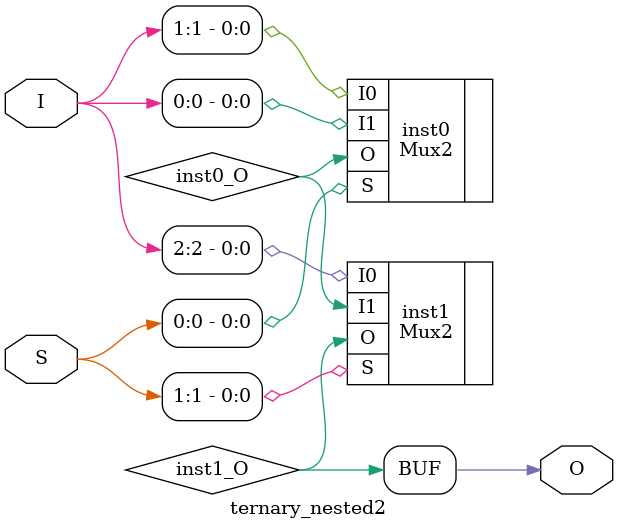
<source format=v>
module ternary_nested2 (input [3:0] I, input [1:0] S, output  O);
wire  inst0_O;
wire  inst1_O;
Mux2 inst0 (.I0(I[1]), .I1(I[0]), .S(S[0]), .O(inst0_O));
Mux2 inst1 (.I0(I[2]), .I1(inst0_O), .S(S[1]), .O(inst1_O));
assign O = inst1_O;
endmodule


</source>
